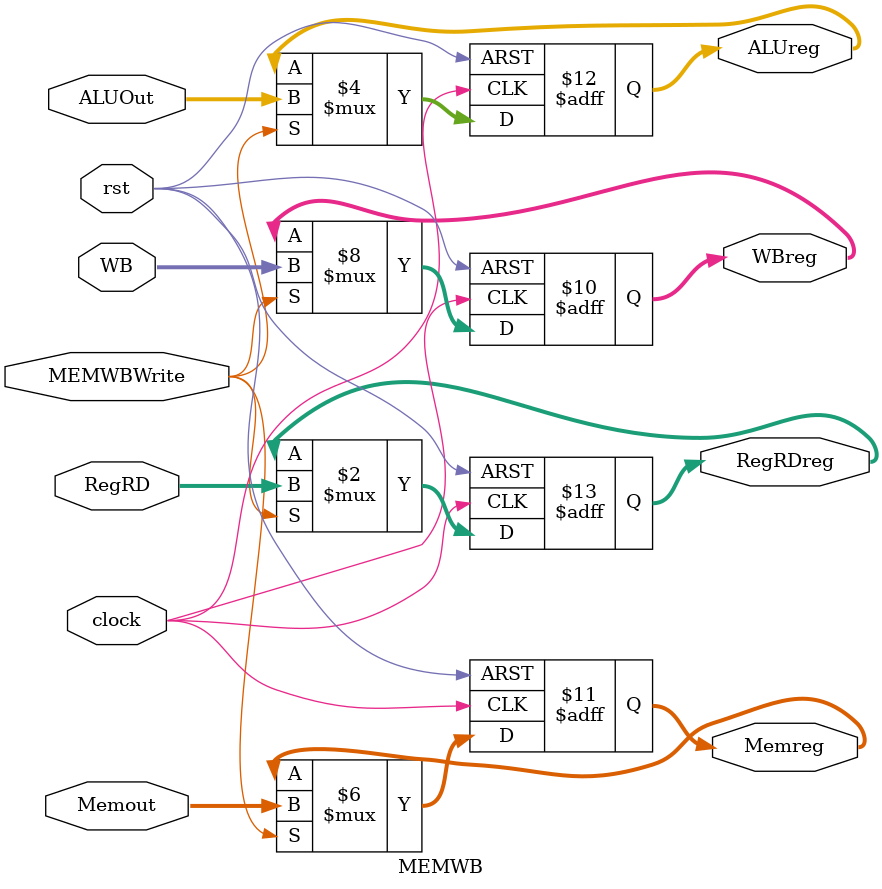
<source format=v>
module MEMWB(clock, rst,WB,Memout,ALUOut,RegRD,WBreg, MEMWBWrite,
	Memreg,ALUreg,RegRDreg);
input clock, rst;
input [1:0] WB;
input [4:0] RegRD;
input [31:0] Memout,ALUOut;
input MEMWBWrite;
output [1:0] WBreg;
output [31:0] Memreg,ALUreg;
output [4:0] RegRDreg;
reg [1:0] WBreg;
reg [31:0] Memreg,ALUreg;
reg [4:0] RegRDreg;



always@(posedge clock, posedge rst)
begin
	if (rst) begin
		WBreg = 0;
		Memreg = 0;
		ALUreg = 0;
		RegRDreg = 0;
	end else begin
		if (MEMWBWrite) begin
			WBreg <= WB;
			Memreg <= Memout;
			ALUreg <= ALUOut;
			RegRDreg <= RegRD;
		end
	end
end

endmodule

</source>
